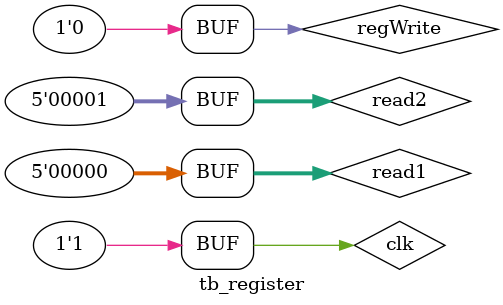
<source format=v>
module register(data1,data2,writeReg,writeData,regWrite,clk,read1,read2,reset);

input [4:0] read1,read2,writeReg;
input [31:0] writeData ;
input regWrite,clk,reset;
output reg [31:0] data1,data2;

integer file,i;

reg[31:0] rf [0:31];
/*
always @(read1 or read2)
begin

	file = $fopen("C:/Code/register.txt","w");
	for(i=0;i<32;i=i+1)
	begin   
	$fwrite(file,"%b\n",rf[i]); 
	end
	$fclose(file);$display("end");
	$stop();

end
*/

always @(reset)
begin
rf[0]<=32'h00000000;
rf[1]<=32'h00000000;
rf[2]<=32'h00000000;
rf[3]<=32'h00000000;
rf[4]<=32'h00000000;
rf[5]<=32'h00000000;
rf[6]<=32'h00000000;
rf[7]<=32'h00000000;
rf[8]<=32'h00000000;
rf[9]<=32'h00000000;
rf[10]<=32'h00000000;
rf[11]<=32'h00000000;
rf[12]<=32'h00000000;
rf[13]<=32'h00000000;
rf[14]<=32'h00000000;
rf[15]<=32'h00000000;
rf[16]<=32'h00000000;
rf[17]<=32'h00000000;
rf[18]<=32'h00000000;
rf[19]<=32'h00000000;
rf[20]<=32'h00000000;
rf[21]<=32'h00000000;
rf[22]<=32'h00000000;
rf[23]<=32'h00000000;
rf[24]<=32'h00000000;
rf[25]<=32'h00000000;
rf[26]<=32'h00000000;
rf[27]<=32'h00000000;
rf[28]<=32'h00000000;
rf[29]<=32'h00000000;
rf[30]<=32'h00000000;
rf[31]<=32'h00000000;
end

always@(*)
begin
data1<=rf[read1];
data2<=rf[read2];
end
always@(posedge clk)
begin
if(regWrite && (writeReg !=5'b00000) )
      rf[writeReg]<=writeData;
end
endmodule


module tb_register();

reg [4:0] read1,read2,writeReg;
reg [31:0] writeData ;
reg regWrite,clk;
wire [31:0] data1,data2;

register a(data1,data2,writeReg,writeData,regWrite,clk,read1,read2);

initial 
begin 

regWrite=0;
clk=0;
read1=6'b000000;
read2=6'b000001;
$monitor($time,"data1-->%b,data2-->%b",data1,data2);
#5
clk=1;

end
endmodule

</source>
